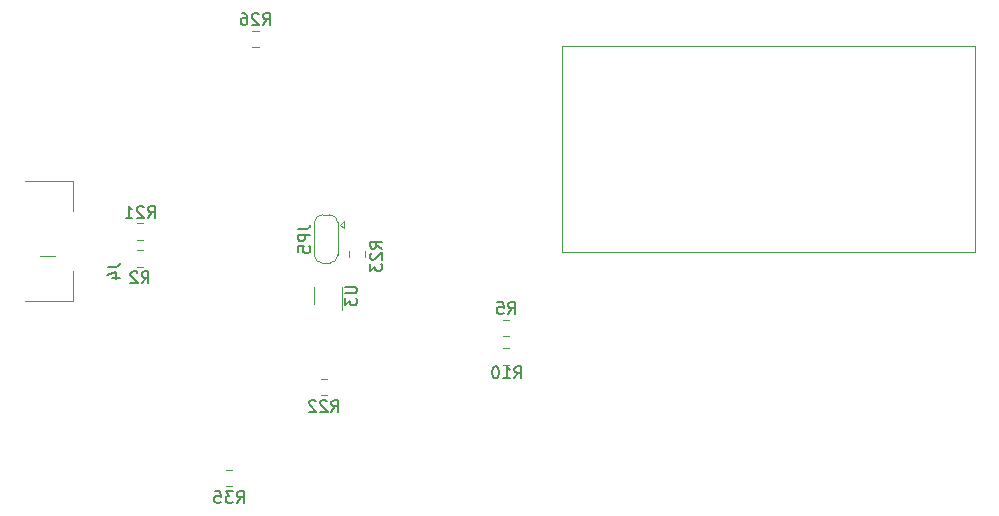
<source format=gbo>
G04 #@! TF.GenerationSoftware,KiCad,Pcbnew,(5.99.0-97-g37fac7a8f)*
G04 #@! TF.CreationDate,2019-11-17T20:53:56+01:00*
G04 #@! TF.ProjectId,canbox,63616e62-6f78-42e6-9b69-6361645f7063,rev?*
G04 #@! TF.SameCoordinates,Original*
G04 #@! TF.FileFunction,Legend,Bot*
G04 #@! TF.FilePolarity,Positive*
%FSLAX46Y46*%
G04 Gerber Fmt 4.6, Leading zero omitted, Abs format (unit mm)*
G04 Created by KiCad (PCBNEW (5.99.0-97-g37fac7a8f)) date 2019-11-17 20:53:56*
%MOMM*%
%LPD*%
G04 APERTURE LIST*
%ADD10C,0.120000*%
%ADD11C,0.150000*%
G04 APERTURE END LIST*
D10*
X38913788Y-64980040D02*
X39436292Y-64980040D01*
X38913788Y-63560040D02*
X39436292Y-63560040D01*
X41656292Y-26390040D02*
X41133788Y-26390040D01*
X41656292Y-27810040D02*
X41133788Y-27810040D01*
X48705040Y-48135040D02*
X48705040Y-50035040D01*
X46385040Y-49535040D02*
X46385040Y-48135040D01*
X49285040Y-45068788D02*
X49285040Y-45591292D01*
X50705040Y-45068788D02*
X50705040Y-45591292D01*
X46928788Y-57275040D02*
X47451292Y-57275040D01*
X46928788Y-55855040D02*
X47451292Y-55855040D01*
X48575040Y-42825040D02*
X48875040Y-43125040D01*
X48875040Y-42525040D02*
X48875040Y-43125040D01*
X48575040Y-42825040D02*
X48875040Y-42525040D01*
X47675040Y-41975040D02*
X47075040Y-41975040D01*
X48375040Y-45425040D02*
X48375040Y-42625040D01*
X47075040Y-46075040D02*
X47675040Y-46075040D01*
X46375040Y-42625040D02*
X46375040Y-45425040D01*
X46375040Y-45375040D02*
G75*
G03X47075040Y-46075040I700000J0D01*
G01*
X47675040Y-46075040D02*
G75*
G03X48375040Y-45375040I0J700000D01*
G01*
X48375040Y-42675040D02*
G75*
G03X47675040Y-41975040I-700000J0D01*
G01*
X47075040Y-41975040D02*
G75*
G03X46375040Y-42675040I0J-700000D01*
G01*
X67316618Y-45154439D02*
X102316618Y-45154439D01*
X102316618Y-45154439D02*
X102316618Y-27654439D01*
X102316618Y-27654439D02*
X67316618Y-27654439D01*
X67316618Y-27654439D02*
X67316618Y-45154439D01*
X31340607Y-42706331D02*
X31863111Y-42706331D01*
X31340607Y-44126331D02*
X31863111Y-44126331D01*
X31340607Y-44966331D02*
X31863111Y-44966331D01*
X31340607Y-46386331D02*
X31863111Y-46386331D01*
X24385040Y-45470040D02*
X23115040Y-45470040D01*
X25935040Y-39120040D02*
X21845040Y-39120040D01*
X25935040Y-39120040D02*
X25935040Y-41660040D01*
X25935040Y-49280040D02*
X21845040Y-49280040D01*
X25935040Y-46740040D02*
X25935040Y-49280040D01*
X62886910Y-54684459D02*
X62364406Y-54684459D01*
X62886910Y-53264459D02*
X62364406Y-53264459D01*
X62886910Y-52284459D02*
X62364406Y-52284459D01*
X62886910Y-50864459D02*
X62364406Y-50864459D01*
D11*
X39817897Y-66372420D02*
X40151230Y-65896230D01*
X40389325Y-66372420D02*
X40389325Y-65372420D01*
X40008373Y-65372420D01*
X39913135Y-65420040D01*
X39865516Y-65467659D01*
X39817897Y-65562897D01*
X39817897Y-65705754D01*
X39865516Y-65800992D01*
X39913135Y-65848611D01*
X40008373Y-65896230D01*
X40389325Y-65896230D01*
X39484563Y-65372420D02*
X38865516Y-65372420D01*
X39198849Y-65753373D01*
X39055992Y-65753373D01*
X38960754Y-65800992D01*
X38913135Y-65848611D01*
X38865516Y-65943849D01*
X38865516Y-66181944D01*
X38913135Y-66277182D01*
X38960754Y-66324801D01*
X39055992Y-66372420D01*
X39341706Y-66372420D01*
X39436944Y-66324801D01*
X39484563Y-66277182D01*
X37960754Y-65372420D02*
X38436944Y-65372420D01*
X38484563Y-65848611D01*
X38436944Y-65800992D01*
X38341706Y-65753373D01*
X38103611Y-65753373D01*
X38008373Y-65800992D01*
X37960754Y-65848611D01*
X37913135Y-65943849D01*
X37913135Y-66181944D01*
X37960754Y-66277182D01*
X38008373Y-66324801D01*
X38103611Y-66372420D01*
X38341706Y-66372420D01*
X38436944Y-66324801D01*
X38484563Y-66277182D01*
X42037897Y-25902420D02*
X42371230Y-25426230D01*
X42609325Y-25902420D02*
X42609325Y-24902420D01*
X42228373Y-24902420D01*
X42133135Y-24950040D01*
X42085516Y-24997659D01*
X42037897Y-25092897D01*
X42037897Y-25235754D01*
X42085516Y-25330992D01*
X42133135Y-25378611D01*
X42228373Y-25426230D01*
X42609325Y-25426230D01*
X41656944Y-24997659D02*
X41609325Y-24950040D01*
X41514087Y-24902420D01*
X41275992Y-24902420D01*
X41180754Y-24950040D01*
X41133135Y-24997659D01*
X41085516Y-25092897D01*
X41085516Y-25188135D01*
X41133135Y-25330992D01*
X41704563Y-25902420D01*
X41085516Y-25902420D01*
X40228373Y-24902420D02*
X40418849Y-24902420D01*
X40514087Y-24950040D01*
X40561706Y-24997659D01*
X40656944Y-25140516D01*
X40704563Y-25330992D01*
X40704563Y-25711944D01*
X40656944Y-25807182D01*
X40609325Y-25854801D01*
X40514087Y-25902420D01*
X40323611Y-25902420D01*
X40228373Y-25854801D01*
X40180754Y-25807182D01*
X40133135Y-25711944D01*
X40133135Y-25473849D01*
X40180754Y-25378611D01*
X40228373Y-25330992D01*
X40323611Y-25283373D01*
X40514087Y-25283373D01*
X40609325Y-25330992D01*
X40656944Y-25378611D01*
X40704563Y-25473849D01*
X48997420Y-48073135D02*
X49806944Y-48073135D01*
X49902182Y-48120754D01*
X49949801Y-48168373D01*
X49997420Y-48263611D01*
X49997420Y-48454087D01*
X49949801Y-48549325D01*
X49902182Y-48596944D01*
X49806944Y-48644563D01*
X48997420Y-48644563D01*
X48997420Y-49025516D02*
X48997420Y-49644563D01*
X49378373Y-49311230D01*
X49378373Y-49454087D01*
X49425992Y-49549325D01*
X49473611Y-49596944D01*
X49568849Y-49644563D01*
X49806944Y-49644563D01*
X49902182Y-49596944D01*
X49949801Y-49549325D01*
X49997420Y-49454087D01*
X49997420Y-49168373D01*
X49949801Y-49073135D01*
X49902182Y-49025516D01*
X52097420Y-44842182D02*
X51621230Y-44508849D01*
X52097420Y-44270754D02*
X51097420Y-44270754D01*
X51097420Y-44651706D01*
X51145040Y-44746944D01*
X51192659Y-44794563D01*
X51287897Y-44842182D01*
X51430754Y-44842182D01*
X51525992Y-44794563D01*
X51573611Y-44746944D01*
X51621230Y-44651706D01*
X51621230Y-44270754D01*
X51192659Y-45223135D02*
X51145040Y-45270754D01*
X51097420Y-45365992D01*
X51097420Y-45604087D01*
X51145040Y-45699325D01*
X51192659Y-45746944D01*
X51287897Y-45794563D01*
X51383135Y-45794563D01*
X51525992Y-45746944D01*
X52097420Y-45175516D01*
X52097420Y-45794563D01*
X51097420Y-46127897D02*
X51097420Y-46746944D01*
X51478373Y-46413611D01*
X51478373Y-46556468D01*
X51525992Y-46651706D01*
X51573611Y-46699325D01*
X51668849Y-46746944D01*
X51906944Y-46746944D01*
X52002182Y-46699325D01*
X52049801Y-46651706D01*
X52097420Y-46556468D01*
X52097420Y-46270754D01*
X52049801Y-46175516D01*
X52002182Y-46127897D01*
X47832897Y-58667420D02*
X48166230Y-58191230D01*
X48404325Y-58667420D02*
X48404325Y-57667420D01*
X48023373Y-57667420D01*
X47928135Y-57715040D01*
X47880516Y-57762659D01*
X47832897Y-57857897D01*
X47832897Y-58000754D01*
X47880516Y-58095992D01*
X47928135Y-58143611D01*
X48023373Y-58191230D01*
X48404325Y-58191230D01*
X47451944Y-57762659D02*
X47404325Y-57715040D01*
X47309087Y-57667420D01*
X47070992Y-57667420D01*
X46975754Y-57715040D01*
X46928135Y-57762659D01*
X46880516Y-57857897D01*
X46880516Y-57953135D01*
X46928135Y-58095992D01*
X47499563Y-58667420D01*
X46880516Y-58667420D01*
X46499563Y-57762659D02*
X46451944Y-57715040D01*
X46356706Y-57667420D01*
X46118611Y-57667420D01*
X46023373Y-57715040D01*
X45975754Y-57762659D01*
X45928135Y-57857897D01*
X45928135Y-57953135D01*
X45975754Y-58095992D01*
X46547182Y-58667420D01*
X45928135Y-58667420D01*
X45027420Y-43191706D02*
X45741706Y-43191706D01*
X45884563Y-43144087D01*
X45979801Y-43048849D01*
X46027420Y-42905992D01*
X46027420Y-42810754D01*
X46027420Y-43667897D02*
X45027420Y-43667897D01*
X45027420Y-44048849D01*
X45075040Y-44144087D01*
X45122659Y-44191706D01*
X45217897Y-44239325D01*
X45360754Y-44239325D01*
X45455992Y-44191706D01*
X45503611Y-44144087D01*
X45551230Y-44048849D01*
X45551230Y-43667897D01*
X45027420Y-45144087D02*
X45027420Y-44667897D01*
X45503611Y-44620278D01*
X45455992Y-44667897D01*
X45408373Y-44763135D01*
X45408373Y-45001230D01*
X45455992Y-45096468D01*
X45503611Y-45144087D01*
X45598849Y-45191706D01*
X45836944Y-45191706D01*
X45932182Y-45144087D01*
X45979801Y-45096468D01*
X46027420Y-45001230D01*
X46027420Y-44763135D01*
X45979801Y-44667897D01*
X45932182Y-44620278D01*
X32307897Y-42247420D02*
X32641230Y-41771230D01*
X32879325Y-42247420D02*
X32879325Y-41247420D01*
X32498373Y-41247420D01*
X32403135Y-41295040D01*
X32355516Y-41342659D01*
X32307897Y-41437897D01*
X32307897Y-41580754D01*
X32355516Y-41675992D01*
X32403135Y-41723611D01*
X32498373Y-41771230D01*
X32879325Y-41771230D01*
X31926944Y-41342659D02*
X31879325Y-41295040D01*
X31784087Y-41247420D01*
X31545992Y-41247420D01*
X31450754Y-41295040D01*
X31403135Y-41342659D01*
X31355516Y-41437897D01*
X31355516Y-41533135D01*
X31403135Y-41675992D01*
X31974563Y-42247420D01*
X31355516Y-42247420D01*
X30403135Y-42247420D02*
X30974563Y-42247420D01*
X30688849Y-42247420D02*
X30688849Y-41247420D01*
X30784087Y-41390278D01*
X30879325Y-41485516D01*
X30974563Y-41533135D01*
X31768525Y-47778711D02*
X32101859Y-47302521D01*
X32339954Y-47778711D02*
X32339954Y-46778711D01*
X31959001Y-46778711D01*
X31863763Y-46826331D01*
X31816144Y-46873950D01*
X31768525Y-46969188D01*
X31768525Y-47112045D01*
X31816144Y-47207283D01*
X31863763Y-47254902D01*
X31959001Y-47302521D01*
X32339954Y-47302521D01*
X31387573Y-46873950D02*
X31339954Y-46826331D01*
X31244716Y-46778711D01*
X31006620Y-46778711D01*
X30911382Y-46826331D01*
X30863763Y-46873950D01*
X30816144Y-46969188D01*
X30816144Y-47064426D01*
X30863763Y-47207283D01*
X31435192Y-47778711D01*
X30816144Y-47778711D01*
X28917420Y-46406706D02*
X29631706Y-46406706D01*
X29774563Y-46359087D01*
X29869801Y-46263849D01*
X29917420Y-46120992D01*
X29917420Y-46025754D01*
X29250754Y-47311468D02*
X29917420Y-47311468D01*
X28869801Y-47073373D02*
X29584087Y-46835278D01*
X29584087Y-47454325D01*
X63327897Y-55827420D02*
X63661230Y-55351230D01*
X63899325Y-55827420D02*
X63899325Y-54827420D01*
X63518373Y-54827420D01*
X63423135Y-54875040D01*
X63375516Y-54922659D01*
X63327897Y-55017897D01*
X63327897Y-55160754D01*
X63375516Y-55255992D01*
X63423135Y-55303611D01*
X63518373Y-55351230D01*
X63899325Y-55351230D01*
X62375516Y-55827420D02*
X62946944Y-55827420D01*
X62661230Y-55827420D02*
X62661230Y-54827420D01*
X62756468Y-54970278D01*
X62851706Y-55065516D01*
X62946944Y-55113135D01*
X61756468Y-54827420D02*
X61661230Y-54827420D01*
X61565992Y-54875040D01*
X61518373Y-54922659D01*
X61470754Y-55017897D01*
X61423135Y-55208373D01*
X61423135Y-55446468D01*
X61470754Y-55636944D01*
X61518373Y-55732182D01*
X61565992Y-55779801D01*
X61661230Y-55827420D01*
X61756468Y-55827420D01*
X61851706Y-55779801D01*
X61899325Y-55732182D01*
X61946944Y-55636944D01*
X61994563Y-55446468D01*
X61994563Y-55208373D01*
X61946944Y-55017897D01*
X61899325Y-54922659D01*
X61851706Y-54875040D01*
X61756468Y-54827420D01*
X62792324Y-50376839D02*
X63125658Y-49900649D01*
X63363753Y-50376839D02*
X63363753Y-49376839D01*
X62982800Y-49376839D01*
X62887562Y-49424459D01*
X62839943Y-49472078D01*
X62792324Y-49567316D01*
X62792324Y-49710173D01*
X62839943Y-49805411D01*
X62887562Y-49853030D01*
X62982800Y-49900649D01*
X63363753Y-49900649D01*
X61887562Y-49376839D02*
X62363753Y-49376839D01*
X62411372Y-49853030D01*
X62363753Y-49805411D01*
X62268515Y-49757792D01*
X62030419Y-49757792D01*
X61935181Y-49805411D01*
X61887562Y-49853030D01*
X61839943Y-49948268D01*
X61839943Y-50186363D01*
X61887562Y-50281601D01*
X61935181Y-50329220D01*
X62030419Y-50376839D01*
X62268515Y-50376839D01*
X62363753Y-50329220D01*
X62411372Y-50281601D01*
M02*

</source>
